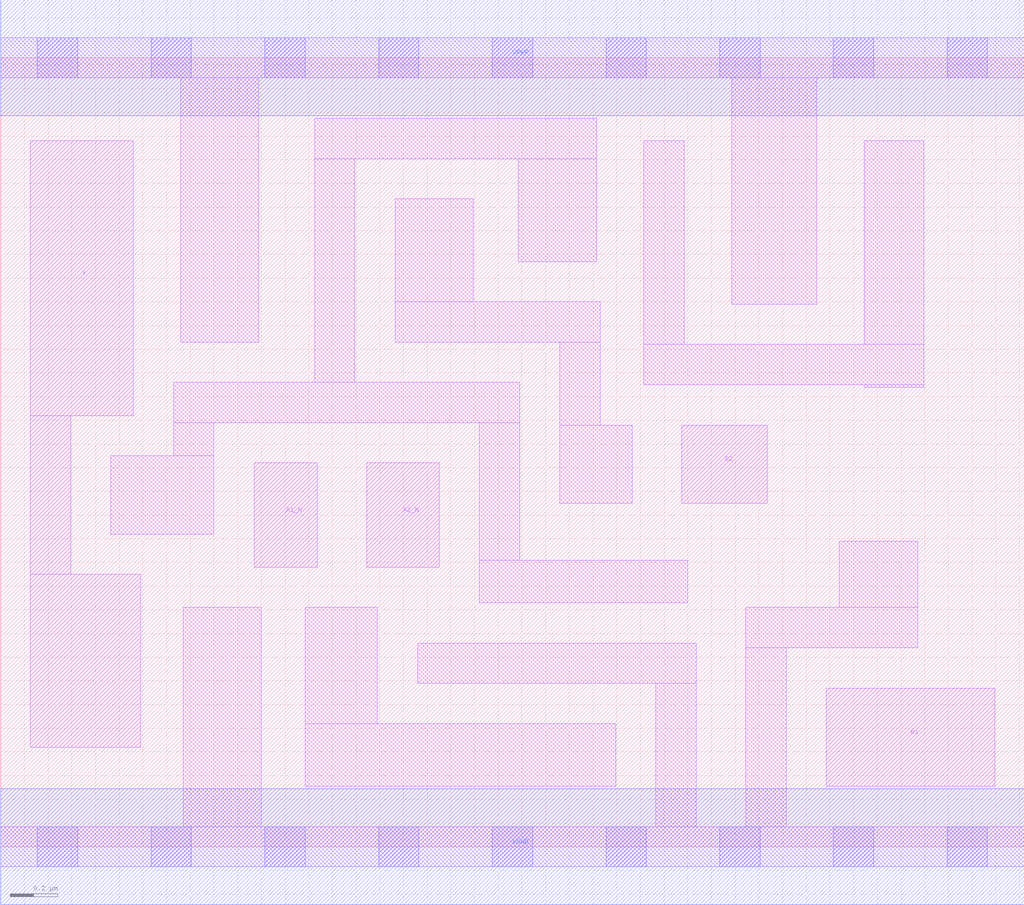
<source format=lef>
# Copyright 2020 The SkyWater PDK Authors
#
# Licensed under the Apache License, Version 2.0 (the "License");
# you may not use this file except in compliance with the License.
# You may obtain a copy of the License at
#
#     https://www.apache.org/licenses/LICENSE-2.0
#
# Unless required by applicable law or agreed to in writing, software
# distributed under the License is distributed on an "AS IS" BASIS,
# WITHOUT WARRANTIES OR CONDITIONS OF ANY KIND, either express or implied.
# See the License for the specific language governing permissions and
# limitations under the License.
#
# SPDX-License-Identifier: Apache-2.0

VERSION 5.7 ;
  NAMESCASESENSITIVE ON ;
  NOWIREEXTENSIONATPIN ON ;
  DIVIDERCHAR "/" ;
  BUSBITCHARS "[]" ;
UNITS
  DATABASE MICRONS 200 ;
END UNITS
MACRO sky130_fd_sc_ms__a2bb2o_1
  CLASS CORE ;
  SOURCE USER ;
  FOREIGN sky130_fd_sc_ms__a2bb2o_1 ;
  ORIGIN  0.000000  0.000000 ;
  SIZE  4.320000 BY  3.330000 ;
  SYMMETRY X Y ;
  SITE unit ;
  PIN A1_N
    ANTENNAGATEAREA  0.262500 ;
    DIRECTION INPUT ;
    USE SIGNAL ;
    PORT
      LAYER li1 ;
        RECT 1.070000 1.180000 1.335000 1.620000 ;
    END
  END A1_N
  PIN A2_N
    ANTENNAGATEAREA  0.262500 ;
    DIRECTION INPUT ;
    USE SIGNAL ;
    PORT
      LAYER li1 ;
        RECT 1.545000 1.180000 1.850000 1.620000 ;
    END
  END A2_N
  PIN B1
    ANTENNAGATEAREA  0.276000 ;
    DIRECTION INPUT ;
    USE SIGNAL ;
    PORT
      LAYER li1 ;
        RECT 3.485000 0.255000 4.195000 0.670000 ;
    END
  END B1
  PIN B2
    ANTENNAGATEAREA  0.276000 ;
    DIRECTION INPUT ;
    USE SIGNAL ;
    PORT
      LAYER li1 ;
        RECT 2.875000 1.450000 3.235000 1.780000 ;
    END
  END B2
  PIN X
    ANTENNADIFFAREA  0.487300 ;
    DIRECTION OUTPUT ;
    USE SIGNAL ;
    PORT
      LAYER li1 ;
        RECT 0.125000 0.420000 0.590000 1.150000 ;
        RECT 0.125000 1.150000 0.295000 1.820000 ;
        RECT 0.125000 1.820000 0.560000 2.980000 ;
    END
  END X
  PIN VGND
    DIRECTION INOUT ;
    USE GROUND ;
    PORT
      LAYER met1 ;
        RECT 0.000000 -0.245000 4.320000 0.245000 ;
    END
  END VGND
  PIN VPWR
    DIRECTION INOUT ;
    USE POWER ;
    PORT
      LAYER met1 ;
        RECT 0.000000 3.085000 4.320000 3.575000 ;
    END
  END VPWR
  OBS
    LAYER li1 ;
      RECT 0.000000 -0.085000 4.320000 0.085000 ;
      RECT 0.000000  3.245000 4.320000 3.415000 ;
      RECT 0.465000  1.320000 0.900000 1.650000 ;
      RECT 0.730000  1.650000 0.900000 1.790000 ;
      RECT 0.730000  1.790000 2.190000 1.960000 ;
      RECT 0.760000  2.130000 1.090000 3.245000 ;
      RECT 0.770000  0.085000 1.100000 1.010000 ;
      RECT 1.285000  0.255000 2.595000 0.520000 ;
      RECT 1.285000  0.520000 1.590000 1.010000 ;
      RECT 1.325000  1.960000 1.495000 2.905000 ;
      RECT 1.325000  2.905000 2.515000 3.075000 ;
      RECT 1.665000  2.130000 2.530000 2.300000 ;
      RECT 1.665000  2.300000 1.995000 2.735000 ;
      RECT 1.760000  0.690000 2.935000 0.860000 ;
      RECT 2.020000  1.030000 2.900000 1.210000 ;
      RECT 2.020000  1.210000 2.190000 1.790000 ;
      RECT 2.185000  2.470000 2.515000 2.905000 ;
      RECT 2.360000  1.450000 2.665000 1.780000 ;
      RECT 2.360000  1.780000 2.530000 2.130000 ;
      RECT 2.715000  1.950000 3.895000 2.120000 ;
      RECT 2.715000  2.120000 2.885000 2.980000 ;
      RECT 2.765000  0.085000 2.935000 0.690000 ;
      RECT 3.085000  2.290000 3.445000 3.245000 ;
      RECT 3.145000  0.085000 3.315000 0.840000 ;
      RECT 3.145000  0.840000 3.870000 1.010000 ;
      RECT 3.540000  1.010000 3.870000 1.290000 ;
      RECT 3.645000  1.940000 3.895000 1.950000 ;
      RECT 3.645000  2.120000 3.895000 2.980000 ;
    LAYER mcon ;
      RECT 0.155000 -0.085000 0.325000 0.085000 ;
      RECT 0.155000  3.245000 0.325000 3.415000 ;
      RECT 0.635000 -0.085000 0.805000 0.085000 ;
      RECT 0.635000  3.245000 0.805000 3.415000 ;
      RECT 1.115000 -0.085000 1.285000 0.085000 ;
      RECT 1.115000  3.245000 1.285000 3.415000 ;
      RECT 1.595000 -0.085000 1.765000 0.085000 ;
      RECT 1.595000  3.245000 1.765000 3.415000 ;
      RECT 2.075000 -0.085000 2.245000 0.085000 ;
      RECT 2.075000  3.245000 2.245000 3.415000 ;
      RECT 2.555000 -0.085000 2.725000 0.085000 ;
      RECT 2.555000  3.245000 2.725000 3.415000 ;
      RECT 3.035000 -0.085000 3.205000 0.085000 ;
      RECT 3.035000  3.245000 3.205000 3.415000 ;
      RECT 3.515000 -0.085000 3.685000 0.085000 ;
      RECT 3.515000  3.245000 3.685000 3.415000 ;
      RECT 3.995000 -0.085000 4.165000 0.085000 ;
      RECT 3.995000  3.245000 4.165000 3.415000 ;
  END
END sky130_fd_sc_ms__a2bb2o_1
END LIBRARY

</source>
